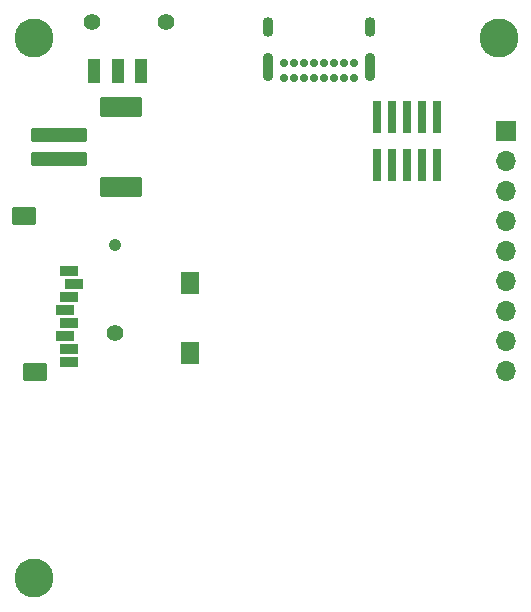
<source format=gbr>
%TF.GenerationSoftware,KiCad,Pcbnew,(6.0.11-0)*%
%TF.CreationDate,2023-08-12T13:13:46-05:00*%
%TF.ProjectId,dropkick,64726f70-6b69-4636-9b2e-6b696361645f,rev?*%
%TF.SameCoordinates,Original*%
%TF.FileFunction,Soldermask,Bot*%
%TF.FilePolarity,Negative*%
%FSLAX46Y46*%
G04 Gerber Fmt 4.6, Leading zero omitted, Abs format (unit mm)*
G04 Created by KiCad (PCBNEW (6.0.11-0)) date 2023-08-12 13:13:46*
%MOMM*%
%LPD*%
G01*
G04 APERTURE LIST*
G04 Aperture macros list*
%AMRoundRect*
0 Rectangle with rounded corners*
0 $1 Rounding radius*
0 $2 $3 $4 $5 $6 $7 $8 $9 X,Y pos of 4 corners*
0 Add a 4 corners polygon primitive as box body*
4,1,4,$2,$3,$4,$5,$6,$7,$8,$9,$2,$3,0*
0 Add four circle primitives for the rounded corners*
1,1,$1+$1,$2,$3*
1,1,$1+$1,$4,$5*
1,1,$1+$1,$6,$7*
1,1,$1+$1,$8,$9*
0 Add four rect primitives between the rounded corners*
20,1,$1+$1,$2,$3,$4,$5,0*
20,1,$1+$1,$4,$5,$6,$7,0*
20,1,$1+$1,$6,$7,$8,$9,0*
20,1,$1+$1,$8,$9,$2,$3,0*%
G04 Aperture macros list end*
%ADD10R,1.700000X1.700000*%
%ADD11O,1.700000X1.700000*%
%ADD12C,3.301600*%
%ADD13C,0.700000*%
%ADD14O,0.900000X2.400000*%
%ADD15O,0.900000X1.700000*%
%ADD16C,1.070000*%
%ADD17C,1.400000*%
%ADD18RoundRect,0.050800X-0.750000X0.350000X-0.750000X-0.350000X0.750000X-0.350000X0.750000X0.350000X0*%
%ADD19RoundRect,0.050800X0.700000X0.900000X-0.700000X0.900000X-0.700000X-0.900000X0.700000X-0.900000X0*%
%ADD20RoundRect,0.050800X-0.950000X0.700000X-0.950000X-0.700000X0.950000X-0.700000X0.950000X0.700000X0*%
%ADD21R,0.650000X2.760000*%
%ADD22R,0.650000X2.750000*%
%ADD23R,1.092200X2.006600*%
%ADD24C,1.397000*%
%ADD25RoundRect,0.050800X-2.300000X0.500000X-2.300000X-0.500000X2.300000X-0.500000X2.300000X0.500000X0*%
%ADD26RoundRect,0.050800X1.700000X0.800000X-1.700000X0.800000X-1.700000X-0.800000X1.700000X-0.800000X0*%
G04 APERTURE END LIST*
D10*
%TO.C,J3*%
X106000000Y-54850000D03*
D11*
X106000000Y-57390000D03*
X106000000Y-59930000D03*
X106000000Y-62470000D03*
X106000000Y-65010000D03*
X106000000Y-67550000D03*
X106000000Y-70090000D03*
X106000000Y-72630000D03*
X106000000Y-75170000D03*
%TD*%
D12*
%TO.C,H2*%
X105410000Y-46990000D03*
%TD*%
%TO.C,H1*%
X66040000Y-46990000D03*
%TD*%
D13*
%TO.C,J1*%
X93175000Y-50425000D03*
X92325000Y-50425000D03*
X91475000Y-50425000D03*
X90625000Y-50425000D03*
X89775000Y-50425000D03*
X88925000Y-50425000D03*
X88075000Y-50425000D03*
X87225000Y-50425000D03*
X87225000Y-49075000D03*
X88075000Y-49075000D03*
X88925000Y-49075000D03*
X89775000Y-49075000D03*
X90625000Y-49075000D03*
X91475000Y-49075000D03*
X92325000Y-49075000D03*
X93175000Y-49075000D03*
D14*
X85875000Y-49445000D03*
X94525000Y-49445000D03*
D15*
X85875000Y-46065000D03*
X94525000Y-46065000D03*
%TD*%
D12*
%TO.C,H3*%
X66040000Y-92710000D03*
%TD*%
D16*
%TO.C,B1*%
X72900000Y-64500000D03*
D17*
X72900000Y-72000000D03*
%TD*%
D18*
%TO.C,X1*%
X69040000Y-66700000D03*
X69440000Y-67800000D03*
X69040000Y-68900000D03*
X68640000Y-70000000D03*
X69040000Y-71100000D03*
X68640000Y-72200000D03*
X69040000Y-73300000D03*
X69040000Y-74400000D03*
D19*
X79240000Y-73700000D03*
X79240000Y-67700000D03*
D20*
X66140000Y-75300000D03*
X65240000Y-62100000D03*
%TD*%
D21*
%TO.C,J4*%
X95060000Y-53670000D03*
X95060000Y-57730000D03*
X96330000Y-53670000D03*
D22*
X96330000Y-57730000D03*
D21*
X97600000Y-53670000D03*
X97600000Y-57730000D03*
X98870000Y-53670000D03*
X98870000Y-57730000D03*
X100140000Y-53670000D03*
X100140000Y-57730000D03*
%TD*%
D23*
%TO.C,SW1*%
X71120000Y-49784000D03*
X73120001Y-49784000D03*
X75120002Y-49784000D03*
D24*
X70994999Y-45683932D03*
X77244999Y-45683932D03*
%TD*%
D25*
%TO.C,J2*%
X68200000Y-57200000D03*
X68200000Y-55200000D03*
D26*
X73400000Y-59600000D03*
X73400000Y-52800000D03*
%TD*%
M02*

</source>
